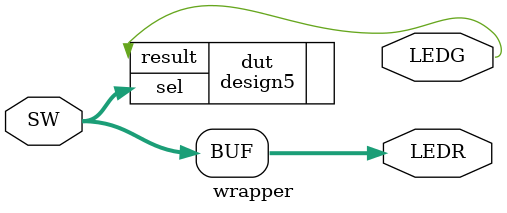
<source format=sv>
module wrapper (
  input logic [2:0] SW,
  output logic [2:0] LEDR,
  output logic [0:0] LEDG
);

design5 dut (
  .sel (SW[2:0]),
  .result (LEDG[0])
);

assign LEDR = SW;

endmodule: wrapper

</source>
